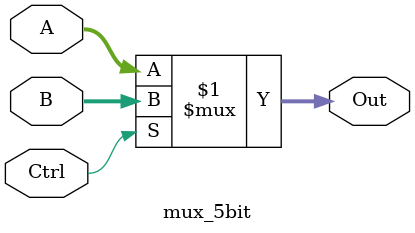
<source format=v>
module mux_5bit( A , B, Ctrl, Out);

    parameter bit_size = 5;

	input  [bit_size-1:0] A , B;
	input  Ctrl;
	output [bit_size-1:0] Out;

	assign Out = (Ctrl) ? B : A; //If Ctrl = 0 Out = A else  Ctrl = 1 Out = B
	
endmodule
</source>
